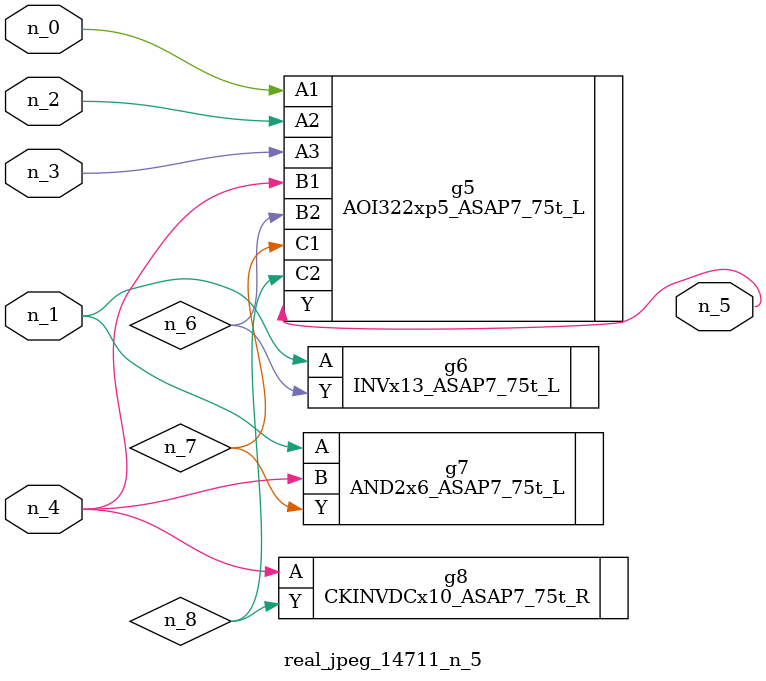
<source format=v>
module real_jpeg_14711_n_5 (n_4, n_0, n_1, n_2, n_3, n_5);

input n_4;
input n_0;
input n_1;
input n_2;
input n_3;

output n_5;

wire n_8;
wire n_6;
wire n_7;

AOI322xp5_ASAP7_75t_L g5 ( 
.A1(n_0),
.A2(n_2),
.A3(n_3),
.B1(n_4),
.B2(n_6),
.C1(n_7),
.C2(n_8),
.Y(n_5)
);

INVx13_ASAP7_75t_L g6 ( 
.A(n_1),
.Y(n_6)
);

AND2x6_ASAP7_75t_L g7 ( 
.A(n_1),
.B(n_4),
.Y(n_7)
);

CKINVDCx10_ASAP7_75t_R g8 ( 
.A(n_4),
.Y(n_8)
);


endmodule
</source>
